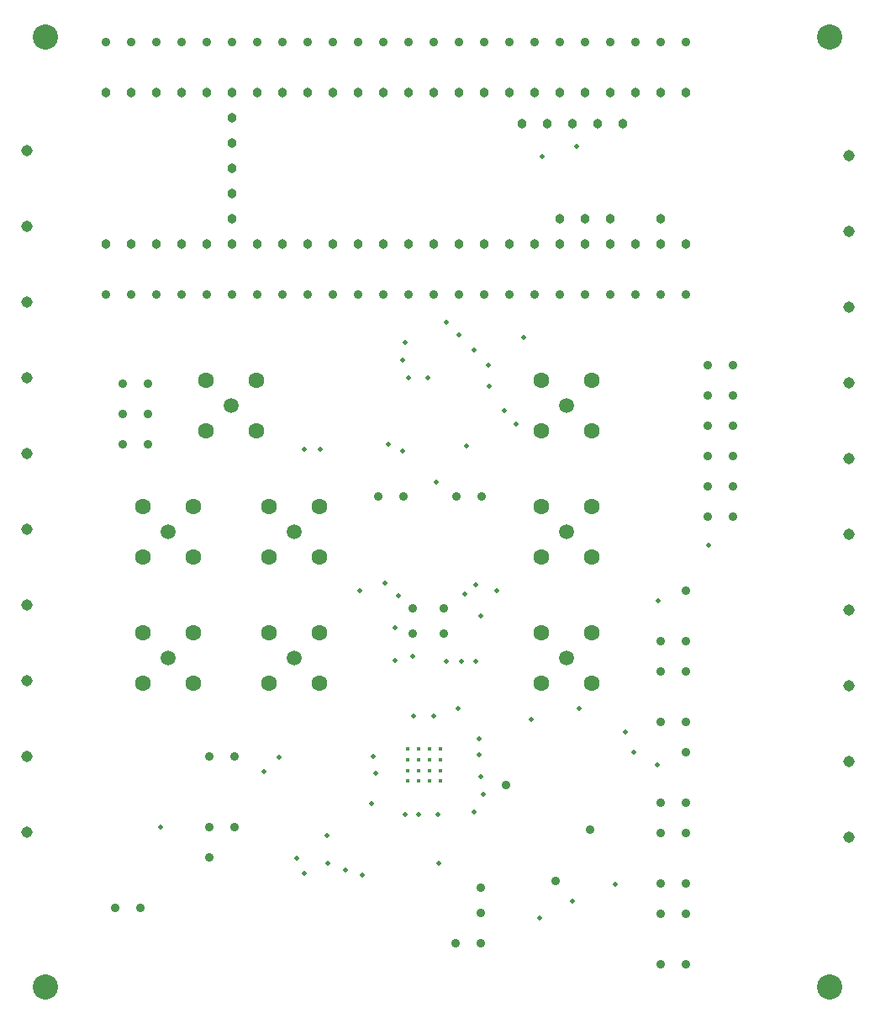
<source format=gbr>
%TF.GenerationSoftware,Altium Limited,Altium Designer,22.3.1 (43)*%
G04 Layer_Color=0*
%FSLAX26Y26*%
%MOIN*%
%TF.SameCoordinates,25215B7F-5601-44EC-B639-707B6E2D0B24*%
%TF.FilePolarity,Positive*%
%TF.FileFunction,Plated,1,4,PTH,Drill*%
%TF.Part,Single*%
G01*
G75*
%TA.AperFunction,ComponentDrill*%
%ADD89C,0.038000*%
%ADD90C,0.062992*%
%ADD91C,0.059055*%
%TA.AperFunction,OtherDrill,Free Pad (2174.737mil,568.66mil)*%
%ADD92C,0.035433*%
%TA.AperFunction,ComponentDrill*%
%ADD93C,0.035433*%
%TA.AperFunction,OtherDrill,Free Pad (2310mil,775mil)*%
%ADD94C,0.035433*%
%TA.AperFunction,ComponentDrill*%
%ADD95C,0.035433*%
%ADD96C,0.100000*%
%TA.AperFunction,ViaDrill,NotFilled*%
%ADD97C,0.020000*%
%ADD98C,0.045000*%
%ADD99C,0.015000*%
D89*
X2040000Y3570000D02*
D03*
X2140000D02*
D03*
X2240000D02*
D03*
X2340000D02*
D03*
X2440000D02*
D03*
X2190000Y3195000D02*
D03*
X2290000D02*
D03*
X2390000D02*
D03*
X2590000D02*
D03*
X890000D02*
D03*
Y3495000D02*
D03*
Y3295000D02*
D03*
Y3395000D02*
D03*
Y3595000D02*
D03*
X1190000Y3095000D02*
D03*
X1090000D02*
D03*
X990000D02*
D03*
X890000D02*
D03*
X790000D02*
D03*
X690000D02*
D03*
X590000D02*
D03*
X490000D02*
D03*
X390000D02*
D03*
Y3695000D02*
D03*
X490000D02*
D03*
X590000D02*
D03*
X690000D02*
D03*
X790000D02*
D03*
X890000D02*
D03*
X990000D02*
D03*
X1090000D02*
D03*
X1190000D02*
D03*
X1290000Y3095000D02*
D03*
Y3695000D02*
D03*
X2690000Y3095000D02*
D03*
Y3695000D02*
D03*
X2590000Y3095000D02*
D03*
X2490000D02*
D03*
X2590000Y3695000D02*
D03*
X2390000Y3095000D02*
D03*
X2290000D02*
D03*
X2190000D02*
D03*
X2090000D02*
D03*
X1990000D02*
D03*
X1890000D02*
D03*
X1790000D02*
D03*
X1690000D02*
D03*
X1590000D02*
D03*
X1490000D02*
D03*
X1390000D02*
D03*
Y3695000D02*
D03*
X1490000D02*
D03*
X1590000D02*
D03*
X1690000D02*
D03*
X1790000D02*
D03*
X1890000D02*
D03*
X1990000D02*
D03*
X2090000D02*
D03*
X2190000D02*
D03*
X2290000D02*
D03*
X2390000D02*
D03*
X2490000D02*
D03*
D90*
X2115000Y2355000D02*
D03*
X2315000D02*
D03*
Y2555000D02*
D03*
X2115000D02*
D03*
X785000Y2355000D02*
D03*
X985000D02*
D03*
Y2555000D02*
D03*
X785000D02*
D03*
X1035000Y1555000D02*
D03*
X1235000D02*
D03*
Y1355000D02*
D03*
X1035000D02*
D03*
Y1855000D02*
D03*
X1235000D02*
D03*
Y2055000D02*
D03*
X1035000D02*
D03*
X2115000Y1855000D02*
D03*
X2315000D02*
D03*
Y2055000D02*
D03*
X2115000D02*
D03*
X535000Y1555000D02*
D03*
X735000D02*
D03*
Y1355000D02*
D03*
X535000D02*
D03*
Y2055000D02*
D03*
X735000D02*
D03*
Y1855000D02*
D03*
X535000D02*
D03*
X2115000Y1555000D02*
D03*
X2315000D02*
D03*
Y1355000D02*
D03*
X2115000D02*
D03*
D91*
X2215000Y2455000D02*
D03*
X885000D02*
D03*
X1135000Y1455000D02*
D03*
Y1955000D02*
D03*
X2215000D02*
D03*
X635000Y1455000D02*
D03*
Y1955000D02*
D03*
X2215000Y1455000D02*
D03*
D92*
X2174737Y568660D02*
D03*
D93*
X1875000Y445000D02*
D03*
Y545000D02*
D03*
X1730000Y1550000D02*
D03*
Y1650000D02*
D03*
X1605000Y1550000D02*
D03*
Y1650000D02*
D03*
D94*
X2310000Y775000D02*
D03*
D95*
X1975000Y950000D02*
D03*
X2690000Y1080000D02*
D03*
X800000Y665000D02*
D03*
X2690000Y1720000D02*
D03*
X1780000Y2095000D02*
D03*
X1880000D02*
D03*
X1470000D02*
D03*
X1570000D02*
D03*
X2690000Y240000D02*
D03*
X2590000D02*
D03*
Y440000D02*
D03*
X2690000D02*
D03*
Y560000D02*
D03*
X2590000D02*
D03*
Y1400000D02*
D03*
X2690000D02*
D03*
Y1520000D02*
D03*
X2590000D02*
D03*
X2690000Y1200000D02*
D03*
X2590000D02*
D03*
X2690000Y880000D02*
D03*
X2590000D02*
D03*
Y760000D02*
D03*
X2690000D02*
D03*
X555000Y2540000D02*
D03*
X455000D02*
D03*
X555000Y2420000D02*
D03*
X455000D02*
D03*
X555000Y2300000D02*
D03*
X455000D02*
D03*
X2775000Y2255000D02*
D03*
X2875000D02*
D03*
X2775000Y2615000D02*
D03*
X2875000D02*
D03*
X2775000Y2495000D02*
D03*
X2875000D02*
D03*
X2775000Y2375000D02*
D03*
X2875000D02*
D03*
X2775000Y2015000D02*
D03*
X2875000D02*
D03*
X2775000Y2135000D02*
D03*
X2875000D02*
D03*
X2690000Y3895000D02*
D03*
X390000D02*
D03*
X490000D02*
D03*
X590000D02*
D03*
X690000D02*
D03*
X790000D02*
D03*
X890000D02*
D03*
X990000D02*
D03*
X1090000D02*
D03*
X1190000D02*
D03*
X1290000D02*
D03*
X1390000D02*
D03*
X1490000D02*
D03*
X1590000D02*
D03*
X1690000D02*
D03*
X1790000D02*
D03*
X1890000D02*
D03*
X1990000D02*
D03*
X2090000D02*
D03*
X2190000D02*
D03*
X2290000D02*
D03*
X2390000D02*
D03*
X2490000D02*
D03*
X2590000D02*
D03*
X2690000Y2895000D02*
D03*
X390000D02*
D03*
X490000D02*
D03*
X590000D02*
D03*
X690000D02*
D03*
X790000D02*
D03*
X890000D02*
D03*
X990000D02*
D03*
X1090000D02*
D03*
X1190000D02*
D03*
X1290000D02*
D03*
X1390000D02*
D03*
X1490000D02*
D03*
X1590000D02*
D03*
X1690000D02*
D03*
X1790000D02*
D03*
X1890000D02*
D03*
X1990000D02*
D03*
X2090000D02*
D03*
X2190000D02*
D03*
X2290000D02*
D03*
X2390000D02*
D03*
X2490000D02*
D03*
X2590000D02*
D03*
X425000Y465000D02*
D03*
X525000D02*
D03*
X800000Y1065000D02*
D03*
X900000D02*
D03*
X1875000Y325000D02*
D03*
X1775000D02*
D03*
X900000Y785000D02*
D03*
X800000D02*
D03*
D96*
X3260000Y3915000D02*
D03*
X150000D02*
D03*
X3260000Y150000D02*
D03*
X150000D02*
D03*
D97*
X2015000Y2380000D02*
D03*
X2045000Y2725000D02*
D03*
X1970000Y2435000D02*
D03*
X1820000Y2295000D02*
D03*
X1535000Y1573436D02*
D03*
X1550000Y1700000D02*
D03*
X1265000Y748436D02*
D03*
X1565000Y2275000D02*
D03*
X1701038Y2148952D02*
D03*
X2265000Y1255000D02*
D03*
X1885000Y915000D02*
D03*
X1850000Y845000D02*
D03*
X2410000Y557000D02*
D03*
X2240000Y490000D02*
D03*
X2110000Y425000D02*
D03*
X605000Y785000D02*
D03*
X2575000Y1030000D02*
D03*
X2450000Y1160000D02*
D03*
X1870000Y1070000D02*
D03*
X1910000Y2530000D02*
D03*
X1665000Y2565000D02*
D03*
X1590386D02*
D03*
X1575000Y2705000D02*
D03*
X1790000Y2735000D02*
D03*
X1905000Y2615000D02*
D03*
X1850000Y2675000D02*
D03*
X1740000Y2785000D02*
D03*
X2780000Y1900000D02*
D03*
X2483000Y1080000D02*
D03*
X2580000Y1680543D02*
D03*
X1565000Y2635000D02*
D03*
X2255000Y3480000D02*
D03*
X2120000Y3440000D02*
D03*
X1855000Y1745000D02*
D03*
X1495174Y1749826D02*
D03*
X1940000Y1720000D02*
D03*
X1740000Y1440000D02*
D03*
X1800000D02*
D03*
X1855000D02*
D03*
X1811666Y1707425D02*
D03*
X1395000Y1720000D02*
D03*
X1605000Y1460000D02*
D03*
X1535000Y1445000D02*
D03*
X2075000Y1210000D02*
D03*
X1442620Y877380D02*
D03*
X1459690Y995310D02*
D03*
X1450000Y1065000D02*
D03*
X1075000Y1060000D02*
D03*
X1015000Y1005000D02*
D03*
X1710000Y640000D02*
D03*
X1575000Y835000D02*
D03*
X1705000D02*
D03*
X1630000D02*
D03*
X1875000Y985000D02*
D03*
X1870000Y1135000D02*
D03*
X1785000Y1255000D02*
D03*
X1145000Y660000D02*
D03*
X1175000Y600000D02*
D03*
X1340000Y615000D02*
D03*
X1405000Y595000D02*
D03*
X1270000Y640000D02*
D03*
X1175000Y2280000D02*
D03*
X1240000D02*
D03*
X1510000Y2300000D02*
D03*
X1875000Y1620000D02*
D03*
X1610000Y1225000D02*
D03*
X1690000D02*
D03*
D98*
X3335000Y2845000D02*
D03*
Y1645000D02*
D03*
Y1345000D02*
D03*
Y1045000D02*
D03*
Y3145000D02*
D03*
Y2545000D02*
D03*
Y2245000D02*
D03*
Y1945000D02*
D03*
Y745000D02*
D03*
Y3445000D02*
D03*
X75000Y765000D02*
D03*
Y1065000D02*
D03*
Y1365000D02*
D03*
Y1665000D02*
D03*
Y1965000D02*
D03*
Y2265000D02*
D03*
Y2565000D02*
D03*
Y2865000D02*
D03*
Y3165000D02*
D03*
Y3465000D02*
D03*
D99*
X1585039Y965039D02*
D03*
Y1008346D02*
D03*
Y1051654D02*
D03*
Y1094961D02*
D03*
X1628347Y965039D02*
D03*
Y1008346D02*
D03*
Y1051654D02*
D03*
Y1094961D02*
D03*
X1671654Y965039D02*
D03*
Y1008346D02*
D03*
Y1051654D02*
D03*
Y1094961D02*
D03*
X1714961Y965039D02*
D03*
Y1008346D02*
D03*
Y1051654D02*
D03*
Y1094961D02*
D03*
%TF.MD5,73412e55bd5fbbfe949979c31d9a3b2f*%
M02*

</source>
